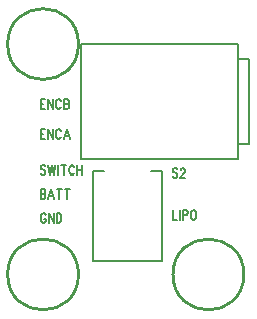
<source format=gto>
*
*
G04 PADS 9.5 Build Number: 522968 generated Gerber (RS-274-X) file*
G04 PC Version=2.1*
*
%IN "PSDR_Encoder.pcb"*%
*
%MOIN*%
*
%FSLAX35Y35*%
*
*
*
*
G04 PC Standard Apertures*
*
*
G04 Thermal Relief Aperture macro.*
%AMTER*
1,1,$1,0,0*
1,0,$1-$2,0,0*
21,0,$3,$4,0,0,45*
21,0,$3,$4,0,0,135*
%
*
*
G04 Annular Aperture macro.*
%AMANN*
1,1,$1,0,0*
1,0,$2,0,0*
%
*
*
G04 Odd Aperture macro.*
%AMODD*
1,1,$1,0,0*
1,0,$1-0.005,0,0*
%
*
*
G04 PC Custom Aperture Macros*
*
*
*
*
*
*
G04 PC Aperture Table*
*
%ADD010C,0.001*%
%ADD039C,0.005*%
%ADD146C,0.00787*%
%ADD147C,0.01*%
*
*
*
*
G04 PC Circuitry*
G04 Layer Name PSDR_Encoder.pcb - circuitry*
%LPD*%
*
*
G04 PC Custom Flashes*
G04 Layer Name PSDR_Encoder.pcb - flashes*
%LPD*%
*
*
G04 PC Circuitry*
G04 Layer Name PSDR_Encoder.pcb - circuitry*
%LPD*%
*
G54D10*
G54D39*
G01X155000Y133281D02*
Y130000D01*
X156364*
X157386Y133281D02*
Y130000D01*
X158409Y133281D02*
Y130000D01*
Y133281D02*
X159432D01*
X159773Y133125*
X159886Y132969*
X160000Y132656*
Y132188*
X159886Y131875*
X159773Y131719*
X159432Y131563*
X158409*
X161705Y133281D02*
X161477Y133125D01*
X161250Y132813*
X161136Y132500*
X161023Y132031*
Y131250*
X161136Y130781*
X161250Y130469*
X161477Y130156*
X161705Y130000*
X162159*
X162386Y130156*
X162614Y130469*
X162727Y130781*
X162841Y131250*
Y132031*
X162727Y132500*
X162614Y132813*
X162386Y133125*
X162159Y133281*
X161705*
X156591Y146813D02*
X156364Y147125D01*
X156023Y147281*
X155568*
X155227Y147125*
X155000Y146813*
X155000D02*
Y146500D01*
X155114Y146188*
X155114D02*
X155227Y146031D01*
X155455Y145875*
X156136Y145563*
X156136D02*
X156364Y145406D01*
X156477Y145250*
X156591Y144938*
X156591D02*
Y144469D01*
X156364Y144156*
X156023Y144000*
X155568*
X155227Y144156*
X155000Y144469*
X157727Y146500D02*
Y146656D01*
X157841Y146969*
X157955Y147125*
X158182Y147281*
X158636*
X158864Y147125*
X158977Y146969*
X159091Y146656*
Y146344*
X158977Y146031*
X158750Y145563*
X158750D02*
X157614Y144000D01*
X159205*
X111000Y160281D02*
Y157000D01*
Y160281D02*
X112477D01*
X111000Y158719D02*
X111909D01*
X111000Y157000D02*
X112477D01*
X113500Y160281D02*
Y157000D01*
Y160281D02*
X115091Y157000D01*
Y160281D02*
Y157000D01*
X117818Y159500D02*
X117705Y159813D01*
X117705D02*
X117477Y160125D01*
X117250Y160281*
X116795*
X116568Y160125*
X116341Y159813*
X116341D02*
X116227Y159500D01*
X116114Y159031*
Y158250*
X116227Y157781*
X116341Y157469*
X116568Y157156*
X116795Y157000*
X117250*
X117477Y157156*
X117705Y157469*
X117818Y157781*
X119750Y160281D02*
X118841Y157000D01*
X119750Y160281D02*
X120659Y157000D01*
X119182Y158094D02*
X120318D01*
X111000Y170281D02*
Y167000D01*
Y170281D02*
X112477D01*
X111000Y168719D02*
X111909D01*
X111000Y167000D02*
X112477D01*
X113500Y170281D02*
Y167000D01*
Y170281D02*
X115091Y167000D01*
Y170281D02*
Y167000D01*
X117818Y169500D02*
X117705Y169813D01*
X117705D02*
X117477Y170125D01*
X117250Y170281*
X116795*
X116568Y170125*
X116341Y169813*
X116341D02*
X116227Y169500D01*
X116114Y169031*
Y168250*
X116227Y167781*
X116341Y167469*
X116568Y167156*
X116795Y167000*
X117250*
X117477Y167156*
X117705Y167469*
X117818Y167781*
X118841Y170281D02*
Y167000D01*
Y170281D02*
X119864D01*
X120205Y170125*
X120318Y169969*
X120432Y169656*
Y169344*
X120318Y169031*
X120205Y168875*
X119864Y168719*
X118841D02*
X119864D01*
X120205Y168563*
X120205D02*
X120318Y168406D01*
X120432Y168094*
Y167625*
X120318Y167313*
X120318D02*
X120205Y167156D01*
X119864Y167000*
X118841*
X112591Y147813D02*
X112364Y148125D01*
X112023Y148281*
X111568*
X111227Y148125*
X111000Y147813*
X111000D02*
Y147500D01*
X111114Y147188*
X111114D02*
X111227Y147031D01*
X111455Y146875*
X112136Y146563*
X112136D02*
X112364Y146406D01*
X112477Y146250*
X112591Y145938*
X112591D02*
Y145469D01*
X112364Y145156*
X112023Y145000*
X111568*
X111227Y145156*
X111000Y145469*
X113614Y148281D02*
X114182Y145000D01*
X114750Y148281D02*
X114182Y145000D01*
X114750Y148281D02*
X115318Y145000D01*
X115886Y148281D02*
X115318Y145000D01*
X116909Y148281D02*
Y145000D01*
X118727Y148281D02*
Y145000D01*
X117932Y148281D02*
X119523D01*
X122250Y147500D02*
X122136Y147813D01*
X122136D02*
X121909Y148125D01*
X121682Y148281*
X121227*
X121000Y148125*
X120773Y147813*
X120773D02*
X120659Y147500D01*
X120545Y147031*
Y146250*
X120659Y145781*
X120773Y145469*
X121000Y145156*
X121227Y145000*
X121682*
X121909Y145156*
X122136Y145469*
X122250Y145781*
X123273Y148281D02*
Y145000D01*
X124864Y148281D02*
Y145000D01*
X123273Y146719D02*
X124864D01*
X112705Y131500D02*
X112591Y131813D01*
X112591D02*
X112364Y132125D01*
X112136Y132281*
X111682*
X111455Y132125*
X111227Y131813*
X111227D02*
X111114Y131500D01*
X111000Y131031*
Y130250*
X111114Y129781*
X111227Y129469*
X111455Y129156*
X111682Y129000*
X112136*
X112364Y129156*
X112591Y129469*
X112705Y129781*
Y130250*
X112136D02*
X112705D01*
X113727Y132281D02*
Y129000D01*
Y132281D02*
X115318Y129000D01*
Y132281D02*
Y129000D01*
X116341Y132281D02*
Y129000D01*
Y132281D02*
X117136D01*
X117477Y132125*
X117705Y131813*
X117705D02*
X117818Y131500D01*
X117932Y131031*
Y130250*
X117818Y129781*
X117705Y129469*
X117477Y129156*
X117136Y129000*
X116341*
X111000Y140281D02*
Y137000D01*
Y140281D02*
X112023D01*
X112364Y140125*
X112477Y139969*
X112591Y139656*
Y139344*
X112477Y139031*
X112364Y138875*
X112023Y138719*
X111000D02*
X112023D01*
X112364Y138563*
X112364D02*
X112477Y138406D01*
X112591Y138094*
Y137625*
X112477Y137313*
X112477D02*
X112364Y137156D01*
X112023Y137000*
X111000*
X114523Y140281D02*
X113614Y137000D01*
X114523Y140281D02*
X115432Y137000D01*
X113955Y138094D02*
X115091D01*
X117250Y140281D02*
Y137000D01*
X116455Y140281D02*
X118045D01*
X119864D02*
Y137000D01*
X119068Y140281D02*
X120659D01*
G54D146*
X147874Y146315D02*
X151614D01*
Y116394*
X128386*
Y146315*
X132126*
X124323Y188594D02*
X176685D01*
Y150406*
X124323*
Y188594*
X176685Y183673D02*
X180622D01*
Y155327*
X176685*
G54D147*
X123622Y188583D02*
G75*
G03X123622I-11811J0D01*
G01Y111811D02*
G03X123622I-11811J0D01*
G01X178740D02*
G03X178740I-11811J0D01*
G74*
G01X0Y0D02*
M02*

</source>
